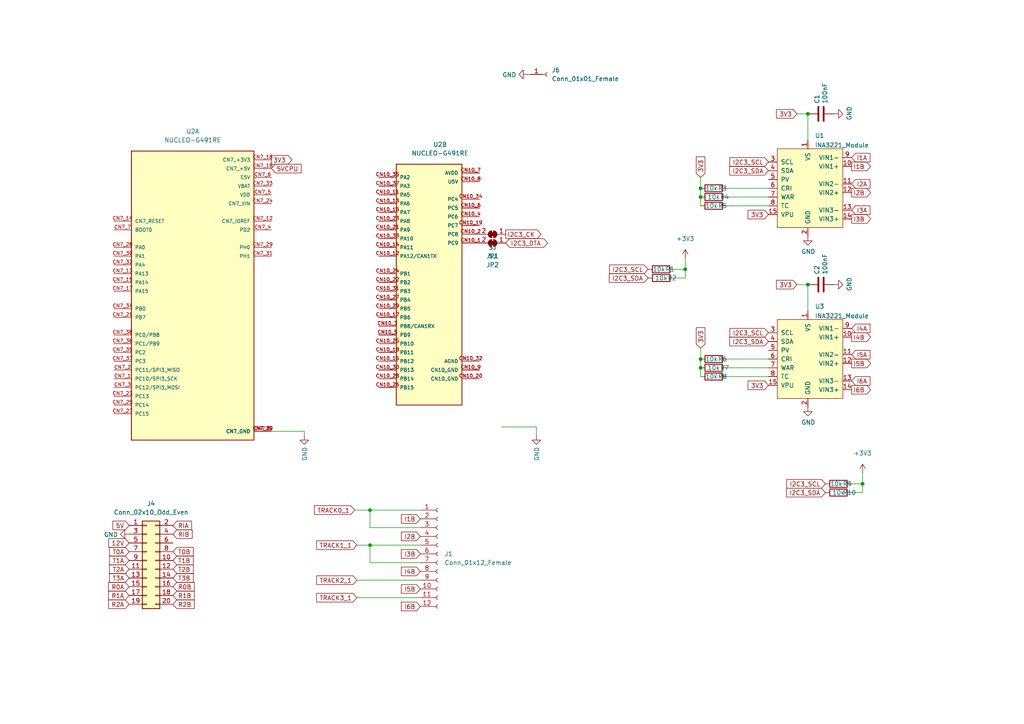
<source format=kicad_sch>
(kicad_sch (version 20211123) (generator eeschema)
  (paper "A4")
  (lib_symbols
    (symbol "Connector:Conn_01x01_Female" (pin_names (offset 1.016) hide)
      (property "Reference" "J" (at 0 2.54 0))
      (property "Value" "Conn_01x01_Female" (at 0 -2.54 0))
      (symbol "Conn_01x01_Female_1_1"
        (polyline (pts (xy -1.27 0) (xy -0.508 0)) (stroke (width 0.1524)))
        (arc (start 0 0.508) (mid -0.508 0) (end 0 -0.508) (stroke (width 0.1524)))
        (pin passive line (at -5.08 0 0) (length 3.81) (name "Pin_1") (number "1"))
      )
    )
    (symbol "Connector:Conn_01x12_Female" (pin_names (offset 1.016) hide)
      (property "Reference" "J" (at 0 15.24 0))
      (property "Value" "Conn_01x12_Female" (at 0 -17.78 0))
      (symbol "Conn_01x12_Female_1_1"
        (arc (start 0 -14.732) (mid -0.508 -15.24) (end 0 -15.748) (stroke (width 0.1524)))
        (arc (start 0 -12.192) (mid -0.508 -12.7) (end 0 -13.208) (stroke (width 0.1524)))
        (arc (start 0 -9.652) (mid -0.508 -10.16) (end 0 -10.668) (stroke (width 0.1524)))
        (arc (start 0 -7.112) (mid -0.508 -7.62) (end 0 -8.128) (stroke (width 0.1524)))
        (arc (start 0 -4.572) (mid -0.508 -5.08) (end 0 -5.588) (stroke (width 0.1524)))
        (arc (start 0 -2.032) (mid -0.508 -2.54) (end 0 -3.048) (stroke (width 0.1524)))
        (polyline (pts (xy -1.27 -15.24) (xy -0.508 -15.24)) (stroke (width 0.1524)))
        (polyline (pts (xy -1.27 -12.7) (xy -0.508 -12.7)) (stroke (width 0.1524)))
        (polyline (pts (xy -1.27 -10.16) (xy -0.508 -10.16)) (stroke (width 0.1524)))
        (polyline (pts (xy -1.27 -7.62) (xy -0.508 -7.62)) (stroke (width 0.1524)))
        (polyline (pts (xy -1.27 -5.08) (xy -0.508 -5.08)) (stroke (width 0.1524)))
        (polyline (pts (xy -1.27 -2.54) (xy -0.508 -2.54)) (stroke (width 0.1524)))
        (polyline (pts (xy -1.27 0) (xy -0.508 0)) (stroke (width 0.1524)))
        (polyline (pts (xy -1.27 2.54) (xy -0.508 2.54)) (stroke (width 0.1524)))
        (polyline (pts (xy -1.27 5.08) (xy -0.508 5.08)) (stroke (width 0.1524)))
        (polyline (pts (xy -1.27 7.62) (xy -0.508 7.62)) (stroke (width 0.1524)))
        (polyline (pts (xy -1.27 10.16) (xy -0.508 10.16)) (stroke (width 0.1524)))
        (polyline (pts (xy -1.27 12.7) (xy -0.508 12.7)) (stroke (width 0.1524)))
        (arc (start 0 0.508) (mid -0.508 0) (end 0 -0.508) (stroke (width 0.1524)))
        (arc (start 0 3.048) (mid -0.508 2.54) (end 0 2.032) (stroke (width 0.1524)))
        (arc (start 0 5.588) (mid -0.508 5.08) (end 0 4.572) (stroke (width 0.1524)))
        (arc (start 0 8.128) (mid -0.508 7.62) (end 0 7.112) (stroke (width 0.1524)))
        (arc (start 0 10.668) (mid -0.508 10.16) (end 0 9.652) (stroke (width 0.1524)))
        (arc (start 0 13.208) (mid -0.508 12.7) (end 0 12.192) (stroke (width 0.1524)))
        (pin passive line (at -5.08 12.7 0) (length 3.81) (name "Pin_1") (number "1"))
        (pin passive line (at -5.08 -10.16 0) (length 3.81) (name "Pin_10") (number "10"))
        (pin passive line (at -5.08 -12.7 0) (length 3.81) (name "Pin_11") (number "11"))
        (pin passive line (at -5.08 -15.24 0) (length 3.81) (name "Pin_12") (number "12"))
        (pin passive line (at -5.08 10.16 0) (length 3.81) (name "Pin_2") (number "2"))
        (pin passive line (at -5.08 7.62 0) (length 3.81) (name "Pin_3") (number "3"))
        (pin passive line (at -5.08 5.08 0) (length 3.81) (name "Pin_4") (number "4"))
        (pin passive line (at -5.08 2.54 0) (length 3.81) (name "Pin_5") (number "5"))
        (pin passive line (at -5.08 0 0) (length 3.81) (name "Pin_6") (number "6"))
        (pin passive line (at -5.08 -2.54 0) (length 3.81) (name "Pin_7") (number "7"))
        (pin passive line (at -5.08 -5.08 0) (length 3.81) (name "Pin_8") (number "8"))
        (pin passive line (at -5.08 -7.62 0) (length 3.81) (name "Pin_9") (number "9"))
      )
    )
    (symbol "Connector_Generic:Conn_02x10_Odd_Even" (pin_names (offset 1.016) hide)
      (property "Reference" "J" (at 1.27 12.7 0))
      (property "Value" "Conn_02x10_Odd_Even" (at 1.27 -15.24 0))
      (symbol "Conn_02x10_Odd_Even_1_1"
        (rectangle (start -1.27 -12.573) (end 0 -12.827) (stroke (width 0.1524)))
        (rectangle (start -1.27 -10.033) (end 0 -10.287) (stroke (width 0.1524)))
        (rectangle (start -1.27 -7.493) (end 0 -7.747) (stroke (width 0.1524)))
        (rectangle (start -1.27 -4.953) (end 0 -5.207) (stroke (width 0.1524)))
        (rectangle (start -1.27 -2.413) (end 0 -2.667) (stroke (width 0.1524)))
        (rectangle (start -1.27 0.127) (end 0 -0.127) (stroke (width 0.1524)))
        (rectangle (start -1.27 2.667) (end 0 2.413) (stroke (width 0.1524)))
        (rectangle (start -1.27 5.207) (end 0 4.953) (stroke (width 0.1524)))
        (rectangle (start -1.27 7.747) (end 0 7.493) (stroke (width 0.1524)))
        (rectangle (start -1.27 10.287) (end 0 10.033) (stroke (width 0.1524)))
        (rectangle (start -1.27 11.43) (end 3.81 -13.97) (stroke (width 0.254)) (fill (type background)))
        (rectangle (start 3.81 -12.573) (end 2.54 -12.827) (stroke (width 0.1524)))
        (rectangle (start 3.81 -10.033) (end 2.54 -10.287) (stroke (width 0.1524)))
        (rectangle (start 3.81 -7.493) (end 2.54 -7.747) (stroke (width 0.1524)))
        (rectangle (start 3.81 -4.953) (end 2.54 -5.207) (stroke (width 0.1524)))
        (rectangle (start 3.81 -2.413) (end 2.54 -2.667) (stroke (width 0.1524)))
        (rectangle (start 3.81 0.127) (end 2.54 -0.127) (stroke (width 0.1524)))
        (rectangle (start 3.81 2.667) (end 2.54 2.413) (stroke (width 0.1524)))
        (rectangle (start 3.81 5.207) (end 2.54 4.953) (stroke (width 0.1524)))
        (rectangle (start 3.81 7.747) (end 2.54 7.493) (stroke (width 0.1524)))
        (rectangle (start 3.81 10.287) (end 2.54 10.033) (stroke (width 0.1524)))
        (pin passive line (at -5.08 10.16 0) (length 3.81) (name "Pin_1") (number "1"))
        (pin passive line (at 7.62 0 180) (length 3.81) (name "Pin_10") (number "10"))
        (pin passive line (at -5.08 -2.54 0) (length 3.81) (name "Pin_11") (number "11"))
        (pin passive line (at 7.62 -2.54 180) (length 3.81) (name "Pin_12") (number "12"))
        (pin passive line (at -5.08 -5.08 0) (length 3.81) (name "Pin_13") (number "13"))
        (pin passive line (at 7.62 -5.08 180) (length 3.81) (name "Pin_14") (number "14"))
        (pin passive line (at -5.08 -7.62 0) (length 3.81) (name "Pin_15") (number "15"))
        (pin passive line (at 7.62 -7.62 180) (length 3.81) (name "Pin_16") (number "16"))
        (pin passive line (at -5.08 -10.16 0) (length 3.81) (name "Pin_17") (number "17"))
        (pin passive line (at 7.62 -10.16 180) (length 3.81) (name "Pin_18") (number "18"))
        (pin passive line (at -5.08 -12.7 0) (length 3.81) (name "Pin_19") (number "19"))
        (pin passive line (at 7.62 10.16 180) (length 3.81) (name "Pin_2") (number "2"))
        (pin passive line (at 7.62 -12.7 180) (length 3.81) (name "Pin_20") (number "20"))
        (pin passive line (at -5.08 7.62 0) (length 3.81) (name "Pin_3") (number "3"))
        (pin passive line (at 7.62 7.62 180) (length 3.81) (name "Pin_4") (number "4"))
        (pin passive line (at -5.08 5.08 0) (length 3.81) (name "Pin_5") (number "5"))
        (pin passive line (at 7.62 5.08 180) (length 3.81) (name "Pin_6") (number "6"))
        (pin passive line (at -5.08 2.54 0) (length 3.81) (name "Pin_7") (number "7"))
        (pin passive line (at 7.62 2.54 180) (length 3.81) (name "Pin_8") (number "8"))
        (pin passive line (at -5.08 0 0) (length 3.81) (name "Pin_9") (number "9"))
      )
    )
    (symbol "Device:C" (pin_numbers hide) (pin_names (offset 0.254))
      (property "Reference" "C" (at 0.635 2.54 0))
      (property "Value" "C" (at 0.635 -2.54 0))
      (symbol "C_0_1"
        (polyline (pts (xy -2.032 -0.762) (xy 2.032 -0.762)) (stroke (width 0.508)))
        (polyline (pts (xy -2.032 0.762) (xy 2.032 0.762)) (stroke (width 0.508)))
      )
      (symbol "C_1_1"
        (pin passive line (at 0 3.81 270) (length 2.794) (name "~") (number "1"))
        (pin passive line (at 0 -3.81 90) (length 2.794) (name "~") (number "2"))
      )
    )
    (symbol "Device:R" (pin_numbers hide) (pin_names (offset 0))
      (property "Reference" "R" (at 2.032 0 90))
      (property "Value" "R" (at 0 0 90))
      (symbol "R_0_1"
        (rectangle (start -1.016 -2.54) (end 1.016 2.54) (stroke (width 0.254)))
      )
      (symbol "R_1_1"
        (pin passive line (at 0 3.81 270) (length 1.27) (name "~") (number "1"))
        (pin passive line (at 0 -3.81 90) (length 1.27) (name "~") (number "2"))
      )
    )
    (symbol "Jumper:SolderJumper_2_Bridged" (pin_names (offset 0) hide)
      (property "Reference" "JP" (at 0 2.032 0))
      (property "Value" "SolderJumper_2_Bridged" (at 0 -2.54 0))
      (symbol "SolderJumper_2_Bridged_0_1"
        (rectangle (start -0.508 0.508) (end 0.508 -0.508) (fill (type outline)))
        (arc (start -0.254 1.016) (mid -1.27 0) (end -0.254 -1.016))
        (arc (start -0.254 1.016) (mid -1.27 0) (end -0.254 -1.016) (fill (type outline)))
        (polyline (pts (xy -0.254 1.016) (xy -0.254 -1.016)))
        (polyline (pts (xy 0.254 1.016) (xy 0.254 -1.016)))
        (arc (start 0.254 -1.016) (mid 1.27 0) (end 0.254 1.016))
        (arc (start 0.254 -1.016) (mid 1.27 0) (end 0.254 1.016) (fill (type outline)))
      )
      (symbol "SolderJumper_2_Bridged_1_1"
        (pin passive line (at -3.81 0 0) (length 2.54) (name "A") (number "1"))
        (pin passive line (at 3.81 0 180) (length 2.54) (name "B") (number "2"))
      )
    )
    (symbol "NUCLEO-G491RE_1" (pin_names (offset 1.016))
      (property "Reference" "U" (at -17.78 41.91 0))
      (property "Value" "NUCLEO-G491RE_1" (at -17.78 -44.45 0))
      (symbol "NUCLEO-G491RE_1_1_0"
        (rectangle (start -17.78 -43.18) (end 17.78 40.64) (stroke (width 0.254)) (fill (type background)))
        (pin bidirectional line (at -22.86 -25.4 0) (length 5.08) (name "PC10/SPI3_SCK") (number "CN7_1"))
        (pin bidirectional line (at 22.86 20.32 180) (length 5.08) (name "CN7_IOREF") (number "CN7_12"))
        (pin bidirectional line (at -22.86 5.08 0) (length 5.08) (name "PA13") (number "CN7_13"))
        (pin bidirectional line (at -22.86 20.32 0) (length 5.08) (name "CN7_RESET") (number "CN7_14"))
        (pin bidirectional line (at -22.86 2.54 0) (length 5.08) (name "PA14") (number "CN7_15"))
        (pin power_in line (at 22.86 38.1 180) (length 5.08) (name "CN7_+3V3") (number "CN7_16"))
        (pin bidirectional line (at -22.86 0 0) (length 5.08) (name "PA15") (number "CN7_17"))
        (pin power_in line (at 22.86 35.56 180) (length 5.08) (name "CN7_+5V") (number "CN7_18"))
        (pin power_in line (at 22.86 -40.64 180) (length 5.08) (name "CN7_GND") (number "CN7_19"))
        (pin bidirectional line (at -22.86 -22.86 0) (length 5.08) (name "PC11/SPI3_MISO") (number "CN7_2"))
        (pin power_in line (at 22.86 -40.64 180) (length 5.08) (name "CN7_GND") (number "CN7_20"))
        (pin bidirectional line (at -22.86 -7.62 0) (length 5.08) (name "PB7") (number "CN7_21"))
        (pin power_in line (at 22.86 -40.64 180) (length 5.08) (name "CN7_GND") (number "CN7_22"))
        (pin bidirectional line (at -22.86 -30.48 0) (length 5.08) (name "PC13") (number "CN7_23"))
        (pin power_in line (at 22.86 25.4 180) (length 5.08) (name "CN7_VIN") (number "CN7_24"))
        (pin bidirectional line (at -22.86 -33.02 0) (length 5.08) (name "PC14") (number "CN7_25"))
        (pin bidirectional line (at -22.86 -35.56 0) (length 5.08) (name "PC15") (number "CN7_27"))
        (pin bidirectional line (at -22.86 12.7 0) (length 5.08) (name "PA0") (number "CN7_28"))
        (pin bidirectional line (at 22.86 12.7 180) (length 5.08) (name "PH0") (number "CN7_29"))
        (pin bidirectional line (at -22.86 -27.94 0) (length 5.08) (name "PC12/SPI3_MOSI") (number "CN7_3"))
        (pin bidirectional line (at -22.86 10.16 0) (length 5.08) (name "PA1") (number "CN7_30"))
        (pin bidirectional line (at 22.86 10.16 180) (length 5.08) (name "PH1") (number "CN7_31"))
        (pin bidirectional line (at -22.86 7.62 0) (length 5.08) (name "PA4") (number "CN7_32"))
        (pin power_in line (at 22.86 30.48 180) (length 5.08) (name "VBAT") (number "CN7_33"))
        (pin bidirectional line (at -22.86 -5.08 0) (length 5.08) (name "PB0") (number "CN7_34"))
        (pin bidirectional line (at -22.86 -17.78 0) (length 5.08) (name "PC2") (number "CN7_35"))
        (pin bidirectional line (at -22.86 -15.24 0) (length 5.08) (name "PC1/PB9") (number "CN7_36"))
        (pin bidirectional line (at -22.86 -20.32 0) (length 5.08) (name "PC3") (number "CN7_37"))
        (pin bidirectional line (at -22.86 -12.7 0) (length 5.08) (name "PC0/PB8") (number "CN7_38"))
        (pin bidirectional line (at 22.86 17.78 180) (length 5.08) (name "PD2") (number "CN7_4"))
        (pin power_in line (at 22.86 27.94 180) (length 5.08) (name "VDD") (number "CN7_5"))
        (pin power_in line (at 22.86 33.02 180) (length 5.08) (name "E5V") (number "CN7_6"))
        (pin bidirectional line (at -22.86 17.78 0) (length 5.08) (name "BOOT0") (number "CN7_7"))
        (pin power_in line (at 22.86 -40.64 180) (length 5.08) (name "CN7_GND") (number "CN7_8"))
      )
      (symbol "NUCLEO-G491RE_1_2_0"
        (rectangle (start -12.7 -40.64) (end 12.7 38.1) (stroke (width 0.254)) (fill (type background)))
        (pin bidirectional line (at 17.78 15.24 180) (length 5.08) (name "PC9") (number "CN10_1"))
        (pin bidirectional line (at -17.78 22.86 0) (length 5.08) (name "PA5") (number "CN10_11"))
        (pin bidirectional line (at -17.78 5.08 0) (length 5.08) (name "PA12/CAN1TX") (number "CN10_12"))
        (pin bidirectional line (at -17.78 20.32 0) (length 5.08) (name "PA6") (number "CN10_13"))
        (pin bidirectional line (at -17.78 7.62 0) (length 5.08) (name "PA11") (number "CN10_14"))
        (pin bidirectional line (at -17.78 17.78 0) (length 5.08) (name "PA7") (number "CN10_15"))
        (pin bidirectional line (at -17.78 -22.86 0) (length 5.08) (name "PB12") (number "CN10_16"))
        (pin bidirectional line (at -17.78 -12.7 0) (length 5.08) (name "PB6") (number "CN10_17"))
        (pin bidirectional line (at 17.78 20.32 180) (length 5.08) (name "PC7") (number "CN10_19"))
        (pin bidirectional line (at 17.78 17.78 180) (length 5.08) (name "PC8") (number "CN10_2"))
        (pin power_in line (at 17.78 -38.1 180) (length 5.08) (name "CN10_GND") (number "CN10_20"))
        (pin bidirectional line (at -17.78 12.7 0) (length 5.08) (name "PA9") (number "CN10_21"))
        (pin bidirectional line (at -17.78 -2.54 0) (length 5.08) (name "PB2") (number "CN10_22"))
        (pin bidirectional line (at -17.78 15.24 0) (length 5.08) (name "PA8") (number "CN10_23"))
        (pin bidirectional line (at -17.78 0 0) (length 5.08) (name "PB1") (number "CN10_24"))
        (pin bidirectional line (at -17.78 -20.32 0) (length 5.08) (name "PB10") (number "CN10_25"))
        (pin bidirectional line (at -17.78 -30.48 0) (length 5.08) (name "PB15") (number "CN10_26"))
        (pin bidirectional line (at -17.78 -7.62 0) (length 5.08) (name "PB4") (number "CN10_27"))
        (pin bidirectional line (at -17.78 -27.94 0) (length 5.08) (name "PB14") (number "CN10_28"))
        (pin bidirectional line (at -17.78 -10.16 0) (length 5.08) (name "PB5") (number "CN10_29"))
        (pin bidirectional line (at -17.78 -15.24 0) (length 5.08) (name "PB8/CAN1RX") (number "CN10_3"))
        (pin bidirectional line (at -17.78 -25.4 0) (length 5.08) (name "PB13") (number "CN10_30"))
        (pin bidirectional line (at -17.78 -5.08 0) (length 5.08) (name "PB3") (number "CN10_31"))
        (pin power_in line (at 17.78 -35.56 180) (length 5.08) (name "AGND") (number "CN10_32"))
        (pin bidirectional line (at -17.78 10.16 0) (length 5.08) (name "PA10") (number "CN10_33"))
        (pin bidirectional line (at 17.78 27.94 180) (length 5.08) (name "PC4") (number "CN10_34"))
        (pin bidirectional line (at -17.78 27.94 0) (length 5.08) (name "PA2") (number "CN10_35"))
        (pin bidirectional line (at -17.78 25.4 0) (length 5.08) (name "PA3") (number "CN10_37"))
        (pin bidirectional line (at 17.78 22.86 180) (length 5.08) (name "PC6") (number "CN10_4"))
        (pin bidirectional line (at -17.78 -17.78 0) (length 5.08) (name "PB9") (number "CN10_5"))
        (pin bidirectional line (at 17.78 25.4 180) (length 5.08) (name "PC5") (number "CN10_6"))
        (pin power_in line (at 17.78 35.56 180) (length 5.08) (name "AVDD") (number "CN10_7"))
        (pin power_in line (at 17.78 33.02 180) (length 5.08) (name "U5V") (number "CN10_8"))
        (pin power_in line (at 17.78 -38.1 180) (length 5.08) (name "CN10_GND") (number "CN10_9"))
      )
      (symbol "NUCLEO-G491RE_1_3_0"
        (rectangle (start -15.24 -12.7) (end 15.24 10.16) (stroke (width 0.254)) (fill (type background)))
        (pin bidirectional line (at -20.32 -5.08 0) (length 5.08) (name "CN6_IOREF") (number "CN6_2"))
        (pin bidirectional line (at -20.32 -2.54 0) (length 5.08) (name "CN6_RESET") (number "CN6_3"))
        (pin power_in line (at 20.32 2.54 180) (length 5.08) (name "CN6_+3V3") (number "CN6_4"))
        (pin power_in line (at 20.32 5.08 180) (length 5.08) (name "CN6_+5V") (number "CN6_5"))
        (pin power_in line (at 20.32 -10.16 180) (length 5.08) (name "CN6_GND") (number "CN6_6"))
        (pin power_in line (at 20.32 -10.16 180) (length 5.08) (name "CN6_GND") (number "CN6_7"))
        (pin power_in line (at 20.32 7.62 180) (length 5.08) (name "CN6_VIN") (number "CN6_8"))
      )
      (symbol "NUCLEO-G491RE_1_4_0"
        (rectangle (start -5.08 -12.7) (end 5.08 12.7) (stroke (width 0.254)) (fill (type background)))
        (pin input line (at -10.16 10.16 0) (length 5.08) (name "D0") (number "CN9_1"))
        (pin output line (at -10.16 7.62 0) (length 5.08) (name "D1") (number "CN9_2"))
        (pin bidirectional line (at -10.16 2.54 0) (length 5.08) (name "D2") (number "CN9_3"))
        (pin bidirectional line (at -10.16 0 0) (length 5.08) (name "D3") (number "CN9_4"))
        (pin bidirectional line (at -10.16 -2.54 0) (length 5.08) (name "D4") (number "CN9_5"))
        (pin bidirectional line (at -10.16 -5.08 0) (length 5.08) (name "D5") (number "CN9_6"))
        (pin bidirectional line (at -10.16 -7.62 0) (length 5.08) (name "D6") (number "CN9_7"))
        (pin bidirectional line (at -10.16 -10.16 0) (length 5.08) (name "D7") (number "CN9_8"))
      )
      (symbol "NUCLEO-G491RE_1_5_0"
        (rectangle (start -5.08 -10.16) (end 5.08 7.62) (stroke (width 0.254)) (fill (type background)))
        (pin input line (at -10.16 5.08 0) (length 5.08) (name "A0") (number "CN8_1"))
        (pin input line (at -10.16 2.54 0) (length 5.08) (name "A1") (number "CN8_2"))
        (pin input line (at -10.16 0 0) (length 5.08) (name "A2") (number "CN8_3"))
        (pin input line (at -10.16 -2.54 0) (length 5.08) (name "A3") (number "CN8_4"))
        (pin input line (at -10.16 -5.08 0) (length 5.08) (name "A4") (number "CN8_5"))
        (pin input line (at -10.16 -7.62 0) (length 5.08) (name "A5") (number "CN8_6"))
      )
      (symbol "NUCLEO-G491RE_1_6_0"
        (rectangle (start -10.16 -17.78) (end 10.16 15.24) (stroke (width 0.254)) (fill (type background)))
        (pin bidirectional line (at -15.24 7.62 0) (length 5.08) (name "D8") (number "CN5_1"))
        (pin bidirectional clock (at -15.24 -10.16 0) (length 5.08) (name "D15") (number "CN5_10"))
        (pin bidirectional line (at -15.24 5.08 0) (length 5.08) (name "D9") (number "CN5_2"))
        (pin bidirectional line (at -15.24 2.54 0) (length 5.08) (name "D10") (number "CN5_3"))
        (pin bidirectional line (at -15.24 0 0) (length 5.08) (name "D11") (number "CN5_4"))
        (pin bidirectional line (at -15.24 -2.54 0) (length 5.08) (name "D12") (number "CN5_5"))
        (pin bidirectional clock (at -15.24 -5.08 0) (length 5.08) (name "D13") (number "CN5_6"))
        (pin power_in line (at 15.24 -15.24 180) (length 5.08) (name "CN5_GND") (number "CN5_7"))
        (pin power_in line (at 15.24 12.7 180) (length 5.08) (name "AREF") (number "CN5_8"))
        (pin bidirectional line (at -15.24 -7.62 0) (length 5.08) (name "D14") (number "CN5_9"))
      )
    )
    (symbol "jwm_kicad_symbols_misc:INA3221_Module" (pin_names (offset 1.016))
      (property "Reference" "U" (at 6.35 12.7 0))
      (property "Value" "INA3221_Module" (at 12.7 -13.97 0))
      (symbol "INA3221_Module_0_1"
        (rectangle (start 10.16 11.43) (end -8.89 -11.43) (fill (type background)))
      )
      (symbol "INA3221_Module_1_1"
        (pin power_in line (at 0 13.97 270) (length 2.54) (name "VS") (number "1"))
        (pin input line (at 12.7 6.35 180) (length 2.54) (name "VIN1+") (number "10"))
        (pin input line (at 12.7 1.27 180) (length 2.54) (name "VIN2-") (number "11"))
        (pin input line (at 12.7 -1.27 180) (length 2.54) (name "VIN2+") (number "12"))
        (pin input line (at 12.7 -6.35 180) (length 2.54) (name "VIN3-") (number "13"))
        (pin input line (at 12.7 -8.89 180) (length 2.54) (name "VIN3+") (number "14"))
        (pin input line (at -11.43 -7.62 0) (length 2.54) (name "VPU") (number "15"))
        (pin power_in line (at 0 -13.97 90) (length 2.54) (name "GND") (number "2"))
        (pin input line (at -11.43 7.62 0) (length 2.54) (name "SCL") (number "3"))
        (pin bidirectional line (at -11.43 5.08 0) (length 2.54) (name "SDA") (number "4"))
        (pin output line (at -11.43 2.54 0) (length 2.54) (name "PV") (number "5"))
        (pin output line (at -11.43 0 0) (length 2.54) (name "CRI") (number "6"))
        (pin output line (at -11.43 -2.54 0) (length 2.54) (name "WAR") (number "7"))
        (pin output line (at -11.43 -5.08 0) (length 2.54) (name "TC") (number "8"))
        (pin input line (at 12.7 8.89 180) (length 2.54) (name "VIN1-") (number "9"))
      )
    )
    (symbol "nucleo64:NUCLEO-G491RE" (pin_names (offset 1.016))
      (property "Reference" "U" (at -5.08 40.64 0))
      (property "Value" "NUCLEO-G491RE" (at -5.08 -26.67 90))
      (symbol "NUCLEO-G491RE_1_0"
        (rectangle (start -17.78 40.64) (end 8.89 -26.67) (stroke (width 0.254)) (fill (type background)))
        (pin bidirectional line (at -22.86 -10.16 0) (length 5.08) (name "PC10/SPI3_SCK") (number "CN7_1"))
        (pin bidirectional line (at 13.97 19.05 180) (length 5.08) (name "CN7_IOREF") (number "CN7_12"))
        (pin bidirectional line (at -22.86 20.32 0) (length 5.08) (name "PA13") (number "CN7_13"))
        (pin bidirectional line (at -22.86 35.56 0) (length 5.08) (name "CN7_RESET") (number "CN7_14"))
        (pin bidirectional line (at -22.86 17.78 0) (length 5.08) (name "PA14") (number "CN7_15"))
        (pin power_in line (at 13.97 36.83 180) (length 5.08) (name "CN7_+3V3") (number "CN7_16"))
        (pin bidirectional line (at -22.86 15.24 0) (length 5.08) (name "PA15") (number "CN7_17"))
        (pin power_in line (at 13.97 34.29 180) (length 5.08) (name "CN7_+5V") (number "CN7_18"))
        (pin power_in line (at 13.97 -11.43 180) (length 5.08) (name "CN7_GND") (number "CN7_19"))
        (pin bidirectional line (at -22.86 -7.62 0) (length 5.08) (name "PC11/SPI3_MISO") (number "CN7_2"))
        (pin power_in line (at 13.97 -13.97 180) (length 5.08) (name "CN7_GND") (number "CN7_20"))
        (pin bidirectional line (at -22.86 7.62 0) (length 5.08) (name "PB7") (number "CN7_21"))
        (pin power_in line (at 13.97 -16.51 180) (length 5.08) (name "CN7_GND") (number "CN7_22"))
        (pin bidirectional line (at -22.86 -15.24 0) (length 5.08) (name "PC13") (number "CN7_23"))
        (pin power_in line (at 13.97 24.13 180) (length 5.08) (name "CN7_VIN") (number "CN7_24"))
        (pin bidirectional line (at -22.86 -17.78 0) (length 5.08) (name "PC14") (number "CN7_25"))
        (pin bidirectional line (at -22.86 -20.32 0) (length 5.08) (name "PC15") (number "CN7_27"))
        (pin bidirectional line (at -22.86 27.94 0) (length 5.08) (name "PA0") (number "CN7_28"))
        (pin bidirectional line (at 13.97 11.43 180) (length 5.08) (name "PH0") (number "CN7_29"))
        (pin bidirectional line (at -22.86 -12.7 0) (length 5.08) (name "PC12/SPI3_MOSI") (number "CN7_3"))
        (pin bidirectional line (at -22.86 25.4 0) (length 5.08) (name "PA1") (number "CN7_30"))
        (pin bidirectional line (at 13.97 8.89 180) (length 5.08) (name "PH1") (number "CN7_31"))
        (pin bidirectional line (at -22.86 22.86 0) (length 5.08) (name "PA4") (number "CN7_32"))
        (pin power_in line (at 13.97 29.21 180) (length 5.08) (name "VBAT") (number "CN7_33"))
        (pin bidirectional line (at -22.86 10.16 0) (length 5.08) (name "PB0") (number "CN7_34"))
        (pin bidirectional line (at -22.86 -2.54 0) (length 5.08) (name "PC2") (number "CN7_35"))
        (pin bidirectional line (at -22.86 0 0) (length 5.08) (name "PC1/PB9") (number "CN7_36"))
        (pin bidirectional line (at -22.86 -5.08 0) (length 5.08) (name "PC3") (number "CN7_37"))
        (pin bidirectional line (at -22.86 2.54 0) (length 5.08) (name "PC0/PB8") (number "CN7_38"))
        (pin bidirectional line (at 13.97 16.51 180) (length 5.08) (name "PD2") (number "CN7_4"))
        (pin power_in line (at 13.97 26.67 180) (length 5.08) (name "VDD") (number "CN7_5"))
        (pin power_in line (at 13.97 31.75 180) (length 5.08) (name "E5V") (number "CN7_6"))
        (pin bidirectional line (at -22.86 33.02 0) (length 5.08) (name "BOOT0") (number "CN7_7"))
        (pin power_in line (at 13.97 -19.05 180) (length 5.08) (name "CN7_GND") (number "CN7_8"))
      )
      (symbol "NUCLEO-G491RE_2_0"
        (rectangle (start -12.7 38.1) (end 6.35 -31.75) (stroke (width 0.254)) (fill (type background)))
        (pin bidirectional line (at 11.43 15.24 180) (length 5.08) (name "PC9") (number "CN10_1"))
        (pin bidirectional line (at -17.78 29.21 0) (length 5.08) (name "PA5") (number "CN10_11"))
        (pin bidirectional line (at -17.78 11.43 0) (length 5.08) (name "PA12/CAN1TX") (number "CN10_12"))
        (pin bidirectional line (at -17.78 26.67 0) (length 5.08) (name "PA6") (number "CN10_13"))
        (pin bidirectional line (at -17.78 13.97 0) (length 5.08) (name "PA11") (number "CN10_14"))
        (pin bidirectional line (at -17.78 24.13 0) (length 5.08) (name "PA7") (number "CN10_15"))
        (pin bidirectional line (at -17.78 -19.05 0) (length 5.08) (name "PB12") (number "CN10_16"))
        (pin bidirectional line (at -17.78 -6.35 0) (length 5.08) (name "PB6") (number "CN10_17"))
        (pin bidirectional line (at -17.78 -16.51 0) (length 5.08) (name "PB11") (number "CN10_18"))
        (pin bidirectional line (at 11.43 20.32 180) (length 5.08) (name "PC7") (number "CN10_19"))
        (pin bidirectional line (at 11.43 17.78 180) (length 5.08) (name "PC8") (number "CN10_2"))
        (pin power_in line (at 11.43 -24.13 180) (length 5.08) (name "CN10_GND") (number "CN10_20"))
        (pin bidirectional line (at -17.78 19.05 0) (length 5.08) (name "PA9") (number "CN10_21"))
        (pin bidirectional line (at -17.78 3.81 0) (length 5.08) (name "PB2") (number "CN10_22"))
        (pin bidirectional line (at -17.78 21.59 0) (length 5.08) (name "PA8") (number "CN10_23"))
        (pin bidirectional line (at -17.78 6.35 0) (length 5.08) (name "PB1") (number "CN10_24"))
        (pin bidirectional line (at -17.78 -13.97 0) (length 5.08) (name "PB10") (number "CN10_25"))
        (pin bidirectional line (at -17.78 -26.67 0) (length 5.08) (name "PB15") (number "CN10_26"))
        (pin bidirectional line (at -17.78 -1.27 0) (length 5.08) (name "PB4") (number "CN10_27"))
        (pin bidirectional line (at -17.78 -24.13 0) (length 5.08) (name "PB14") (number "CN10_28"))
        (pin bidirectional line (at -17.78 -3.81 0) (length 5.08) (name "PB5") (number "CN10_29"))
        (pin bidirectional line (at -17.78 -8.89 0) (length 5.08) (name "PB8/CAN1RX") (number "CN10_3"))
        (pin bidirectional line (at -17.78 -21.59 0) (length 5.08) (name "PB13") (number "CN10_30"))
        (pin bidirectional line (at -17.78 1.27 0) (length 5.08) (name "PB3") (number "CN10_31"))
        (pin power_in line (at 11.43 -19.05 180) (length 5.08) (name "AGND") (number "CN10_32"))
        (pin bidirectional line (at -17.78 16.51 0) (length 5.08) (name "PA10") (number "CN10_33"))
        (pin bidirectional line (at 11.43 27.94 180) (length 5.08) (name "PC4") (number "CN10_34"))
        (pin bidirectional line (at -17.78 34.29 0) (length 5.08) (name "PA2") (number "CN10_35"))
        (pin bidirectional line (at -17.78 31.75 0) (length 5.08) (name "PA3") (number "CN10_37"))
        (pin bidirectional line (at 11.43 22.86 180) (length 5.08) (name "PC6") (number "CN10_4"))
        (pin bidirectional line (at -17.78 -11.43 0) (length 5.08) (name "PB9") (number "CN10_5"))
        (pin bidirectional line (at 11.43 25.4 180) (length 5.08) (name "PC5") (number "CN10_6"))
        (pin power_in line (at 11.43 35.56 180) (length 5.08) (name "AVDD") (number "CN10_7"))
        (pin power_in line (at 11.43 33.02 180) (length 5.08) (name "U5V") (number "CN10_8"))
        (pin power_in line (at 11.43 -21.59 180) (length 5.08) (name "CN10_GND") (number "CN10_9"))
      )
      (symbol "NUCLEO-G491RE_3_0"
        (rectangle (start -15.24 -12.7) (end 15.24 10.16) (stroke (width 0.254)) (fill (type background)))
        (pin bidirectional line (at -20.32 -5.08 0) (length 5.08) (name "CN6_IOREF") (number "CN6_2"))
        (pin bidirectional line (at -20.32 -2.54 0) (length 5.08) (name "CN6_RESET") (number "CN6_3"))
        (pin power_in line (at 20.32 2.54 180) (length 5.08) (name "CN6_+3V3") (number "CN6_4"))
        (pin power_in line (at 20.32 5.08 180) (length 5.08) (name "CN6_+5V") (number "CN6_5"))
        (pin power_in line (at 20.32 -10.16 180) (length 5.08) (name "CN6_GND") (number "CN6_6"))
        (pin power_in line (at 20.32 -10.16 180) (length 5.08) (name "CN6_GND") (number "CN6_7"))
        (pin power_in line (at 20.32 7.62 180) (length 5.08) (name "CN6_VIN") (number "CN6_8"))
      )
      (symbol "NUCLEO-G491RE_4_0"
        (rectangle (start -5.08 -12.7) (end 5.08 12.7) (stroke (width 0.254)) (fill (type background)))
        (pin input line (at -10.16 10.16 0) (length 5.08) (name "D0") (number "CN9_1"))
        (pin output line (at -10.16 7.62 0) (length 5.08) (name "D1") (number "CN9_2"))
        (pin bidirectional line (at -10.16 2.54 0) (length 5.08) (name "D2") (number "CN9_3"))
        (pin bidirectional line (at -10.16 0 0) (length 5.08) (name "D3") (number "CN9_4"))
        (pin bidirectional line (at -10.16 -2.54 0) (length 5.08) (name "D4") (number "CN9_5"))
        (pin bidirectional line (at -10.16 -5.08 0) (length 5.08) (name "D5") (number "CN9_6"))
        (pin bidirectional line (at -10.16 -7.62 0) (length 5.08) (name "D6") (number "CN9_7"))
        (pin bidirectional line (at -10.16 -10.16 0) (length 5.08) (name "D7") (number "CN9_8"))
      )
      (symbol "NUCLEO-G491RE_5_0"
        (rectangle (start -5.08 -10.16) (end 5.08 7.62) (stroke (width 0.254)) (fill (type background)))
        (pin input line (at -10.16 5.08 0) (length 5.08) (name "A0") (number "CN8_1"))
        (pin input line (at -10.16 2.54 0) (length 5.08) (name "A1") (number "CN8_2"))
        (pin input line (at -10.16 0 0) (length 5.08) (name "A2") (number "CN8_3"))
        (pin input line (at -10.16 -2.54 0) (length 5.08) (name "A3") (number "CN8_4"))
        (pin input line (at -10.16 -5.08 0) (length 5.08) (name "A4") (number "CN8_5"))
        (pin input line (at -10.16 -7.62 0) (length 5.08) (name "A5") (number "CN8_6"))
      )
      (symbol "NUCLEO-G491RE_6_0"
        (rectangle (start -10.16 -17.78) (end 10.16 15.24) (stroke (width 0.254)) (fill (type background)))
        (pin bidirectional line (at -15.24 7.62 0) (length 5.08) (name "D8") (number "CN5_1"))
        (pin bidirectional clock (at -15.24 -10.16 0) (length 5.08) (name "D15") (number "CN5_10"))
        (pin bidirectional line (at -15.24 5.08 0) (length 5.08) (name "D9") (number "CN5_2"))
        (pin bidirectional line (at -15.24 2.54 0) (length 5.08) (name "D10") (number "CN5_3"))
        (pin bidirectional line (at -15.24 0 0) (length 5.08) (name "D11") (number "CN5_4"))
        (pin bidirectional line (at -15.24 -2.54 0) (length 5.08) (name "D12") (number "CN5_5"))
        (pin bidirectional clock (at -15.24 -5.08 0) (length 5.08) (name "D13") (number "CN5_6"))
        (pin power_in line (at 15.24 -15.24 180) (length 5.08) (name "CN5_GND") (number "CN5_7"))
        (pin power_in line (at 15.24 12.7 180) (length 5.08) (name "AREF") (number "CN5_8"))
        (pin bidirectional line (at -15.24 -7.62 0) (length 5.08) (name "D14") (number "CN5_9"))
      )
    )
    (symbol "power:+3.3V" (power) (pin_names (offset 0))
      (property "Value" "+3.3V" (at 0 3.556 0))
      (symbol "+3.3V_0_1"
        (polyline (pts (xy -0.762 1.27) (xy 0 2.54)))
        (polyline (pts (xy 0 0) (xy 0 2.54)))
        (polyline (pts (xy 0 2.54) (xy 0.762 1.27)))
      )
      (symbol "+3.3V_1_1"
        (pin power_in line (at 0 0 90) (length 0) hide (name "+3V3") (number "1"))
      )
    )
    (symbol "power:GND" (power) (pin_names (offset 0))
      (property "Value" "GND" (at 0 -3.81 0))
      (symbol "GND_0_1"
        (polyline (pts (xy 0 0) (xy 0 -1.27) (xy 1.27 -1.27) (xy 0 -2.54) (xy -1.27 -1.27) (xy 0 -1.27)))
      )
      (symbol "GND_1_1"
        (pin power_in line (at 0 0 270) (length 0) hide (name "GND") (number "1"))
      )
    )
  )
  (junction (at 234.315 33.02))
  (junction (at 203.2 104.14))
  (junction (at 107.315 158.115))
  (junction (at 107.315 147.955))
  (junction (at 203.2 57.15))
  (junction (at 198.755 78.105))
  (junction (at 250.19 140.335))
  (junction (at 203.2 54.61))
  (junction (at 234.315 82.55))
  (junction (at 203.2 106.68))
  (wire (pts (xy 231.14 33.02) (xy 234.315 33.02)))
  (wire (pts (xy 102.87 147.955) (xy 107.315 147.955)))
  (wire (pts (xy 234.315 33.02) (xy 234.315 40.64)))
  (wire (pts (xy 234.315 82.55) (xy 234.315 90.17)))
  (wire (pts (xy 250.19 137.16) (xy 250.19 140.335)))
  (wire (pts (xy 247.015 142.875) (xy 250.19 142.875)))
  (wire (pts (xy 103.505 168.275) (xy 121.92 168.275)))
  (wire (pts (xy 198.755 74.93) (xy 198.755 78.105)))
  (wire (pts (xy 210.82 104.14) (xy 222.885 104.14)))
  (wire (pts (xy 121.92 153.035) (xy 107.315 153.035)))
  (wire (pts (xy 210.82 109.22) (xy 222.885 109.22)))
  (wire (pts (xy 88.265 125.095) (xy 88.265 126.365)))
  (wire (pts (xy 107.315 153.035) (xy 107.315 147.955)))
  (wire (pts (xy 121.92 163.195) (xy 107.315 163.195)))
  (wire (pts (xy 198.755 78.105) (xy 198.755 80.645)))
  (wire (pts (xy 203.2 100.965) (xy 203.2 104.14)))
  (wire (pts (xy 231.14 82.55) (xy 234.315 82.55)))
  (wire (pts (xy 203.2 57.15) (xy 203.2 59.69)))
  (wire (pts (xy 203.2 106.68) (xy 203.2 109.22)))
  (wire (pts (xy 195.58 78.105) (xy 198.755 78.105)))
  (wire (pts (xy 103.505 158.115) (xy 107.315 158.115)))
  (wire (pts (xy 107.315 163.195) (xy 107.315 158.115)))
  (wire (pts (xy 247.015 140.335) (xy 250.19 140.335)))
  (wire (pts (xy 78.74 125.095) (xy 88.265 125.095)))
  (wire (pts (xy 103.505 173.355) (xy 121.92 173.355)))
  (wire (pts (xy 210.82 57.15) (xy 222.885 57.15)))
  (wire (pts (xy 210.82 59.69) (xy 222.885 59.69)))
  (wire (pts (xy 107.315 158.115) (xy 121.92 158.115)))
  (wire (pts (xy 145.415 123.825) (xy 155.575 123.825)))
  (wire (pts (xy 195.58 80.645) (xy 198.755 80.645)))
  (wire (pts (xy 250.19 140.335) (xy 250.19 142.875)))
  (wire (pts (xy 210.82 106.68) (xy 222.885 106.68)))
  (wire (pts (xy 203.2 54.61) (xy 203.2 57.15)))
  (wire (pts (xy 153.035 21.59) (xy 153.67 21.59)))
  (wire (pts (xy 203.2 104.14) (xy 203.2 106.68)))
  (wire (pts (xy 210.82 54.61) (xy 222.885 54.61)))
  (wire (pts (xy 203.2 51.435) (xy 203.2 54.61)))
  (wire (pts (xy 155.575 123.825) (xy 155.575 126.365)))
  (wire (pts (xy 107.315 147.955) (xy 121.92 147.955)))
  (global_label "I2C3_DTA" (shape bidirectional) (at 146.685 70.485 0) (property "Intersheet References" "${INTERSHEET_REFS}" (effects hide)))
  (global_label "R2B" (shape input) (at 50.165 175.26 0) (property "Intersheet References" "${INTERSHEET_REFS}" (effects hide)))
  (global_label "I3B" (shape input) (at 121.92 160.655 180) (property "Intersheet References" "${INTERSHEET_REFS}" (effects hide)))
  (global_label "I2B" (shape input) (at 121.92 155.575 180) (property "Intersheet References" "${INTERSHEET_REFS}" (effects hide)))
  (global_label "R1A" (shape input) (at 37.465 172.72 180) (property "Intersheet References" "${INTERSHEET_REFS}" (effects hide)))
  (global_label "R0A" (shape input) (at 37.465 170.18 180) (property "Intersheet References" "${INTERSHEET_REFS}" (effects hide)))
  (global_label "RIB" (shape input) (at 50.165 154.94 0) (property "Intersheet References" "${INTERSHEET_REFS}" (effects hide)))
  (global_label "T1B" (shape input) (at 50.165 162.56 0) (property "Intersheet References" "${INTERSHEET_REFS}" (effects hide)))
  (global_label "I2C3_SCL" (shape input) (at 222.885 46.99 180) (property "Intersheet References" "${INTERSHEET_REFS}" (effects hide)))
  (global_label "I6B" (shape input) (at 121.92 175.895 180) (property "Intersheet References" "${INTERSHEET_REFS}" (effects hide)))
  (global_label "T0B" (shape input) (at 50.165 160.02 0) (property "Intersheet References" "${INTERSHEET_REFS}" (effects hide)))
  (global_label "RIA" (shape input) (at 50.165 152.4 0) (property "Intersheet References" "${INTERSHEET_REFS}" (effects hide)))
  (global_label "3V3" (shape input) (at 222.885 111.76 180) (property "Intersheet References" "${INTERSHEET_REFS}" (effects hide)))
  (global_label "TRACK0_1" (shape input) (at 102.87 147.955 180) (property "Intersheet References" "${INTERSHEET_REFS}" (effects hide)))
  (global_label "5V" (shape input) (at 37.465 152.4 180) (property "Intersheet References" "${INTERSHEET_REFS}" (effects hide)))
  (global_label "R0B" (shape input) (at 50.165 170.18 0) (property "Intersheet References" "${INTERSHEET_REFS}" (effects hide)))
  (global_label "R1B" (shape input) (at 50.165 172.72 0) (property "Intersheet References" "${INTERSHEET_REFS}" (effects hide)))
  (global_label "TRACK1_1" (shape input) (at 103.505 158.115 180) (property "Intersheet References" "${INTERSHEET_REFS}" (effects hide)))
  (global_label "I2B" (shape output) (at 247.015 55.88 0) (property "Intersheet References" "${INTERSHEET_REFS}" (effects hide)))
  (global_label "I2C3_SDA" (shape input) (at 239.395 142.875 180) (property "Intersheet References" "${INTERSHEET_REFS}" (effects hide)))
  (global_label "I5B" (shape input) (at 121.92 170.815 180) (property "Intersheet References" "${INTERSHEET_REFS}" (effects hide)))
  (global_label "T3A" (shape input) (at 37.465 167.64 180) (property "Intersheet References" "${INTERSHEET_REFS}" (effects hide)))
  (global_label "I1B" (shape input) (at 121.92 150.495 180) (property "Intersheet References" "${INTERSHEET_REFS}" (effects hide)))
  (global_label "T0A" (shape input) (at 37.465 160.02 180) (property "Intersheet References" "${INTERSHEET_REFS}" (effects hide)))
  (global_label "I5A" (shape input) (at 247.015 102.87 0) (property "Intersheet References" "${INTERSHEET_REFS}" (effects hide)))
  (global_label "3V3" (shape input) (at 222.885 62.23 180) (property "Intersheet References" "${INTERSHEET_REFS}" (effects hide)))
  (global_label "R2A" (shape input) (at 37.465 175.26 180) (property "Intersheet References" "${INTERSHEET_REFS}" (effects hide)))
  (global_label "I4B" (shape input) (at 121.92 165.735 180) (property "Intersheet References" "${INTERSHEET_REFS}" (effects hide)))
  (global_label "I2C3_SDA" (shape input) (at 222.885 49.53 180) (property "Intersheet References" "${INTERSHEET_REFS}" (effects hide)))
  (global_label "3V3" (shape input) (at 231.14 82.55 180) (property "Intersheet References" "${INTERSHEET_REFS}" (effects hide)))
  (global_label "I2C3_SDA" (shape input) (at 187.96 80.645 180) (property "Intersheet References" "${INTERSHEET_REFS}" (effects hide)))
  (global_label "I2C3_SDA" (shape input) (at 222.885 99.06 180) (property "Intersheet References" "${INTERSHEET_REFS}" (effects hide)))
  (global_label "I3B" (shape output) (at 247.015 63.5 0) (property "Intersheet References" "${INTERSHEET_REFS}" (effects hide)))
  (global_label "I3A" (shape input) (at 247.015 60.96 0) (property "Intersheet References" "${INTERSHEET_REFS}" (effects hide)))
  (global_label "3V3" (shape input) (at 203.2 51.435 90) (property "Intersheet References" "${INTERSHEET_REFS}" (effects hide)))
  (global_label "I2C3_SCL" (shape input) (at 187.96 78.105 180) (property "Intersheet References" "${INTERSHEET_REFS}" (effects hide)))
  (global_label "I6A" (shape input) (at 247.015 110.49 0) (property "Intersheet References" "${INTERSHEET_REFS}" (effects hide)))
  (global_label "I1A" (shape input) (at 247.015 45.72 0) (property "Intersheet References" "${INTERSHEET_REFS}" (effects hide)))
  (global_label "I2C3_SCL" (shape input) (at 239.395 140.335 180) (property "Intersheet References" "${INTERSHEET_REFS}" (effects hide)))
  (global_label "T3B" (shape input) (at 50.165 167.64 0) (property "Intersheet References" "${INTERSHEET_REFS}" (effects hide)))
  (global_label "I4B" (shape output) (at 247.015 97.79 0) (property "Intersheet References" "${INTERSHEET_REFS}" (effects hide)))
  (global_label "I2A" (shape input) (at 247.015 53.34 0) (property "Intersheet References" "${INTERSHEET_REFS}" (effects hide)))
  (global_label "I1B" (shape output) (at 247.015 48.26 0) (property "Intersheet References" "${INTERSHEET_REFS}" (effects hide)))
  (global_label "T2B" (shape input) (at 50.165 165.1 0) (property "Intersheet References" "${INTERSHEET_REFS}" (effects hide)))
  (global_label "I4A" (shape input) (at 247.015 95.25 0) (property "Intersheet References" "${INTERSHEET_REFS}" (effects hide)))
  (global_label "I2C3_SCL" (shape input) (at 222.885 96.52 180) (property "Intersheet References" "${INTERSHEET_REFS}" (effects hide)))
  (global_label "12V" (shape input) (at 37.465 157.48 180) (property "Intersheet References" "${INTERSHEET_REFS}" (effects hide)))
  (global_label "5VCPU" (shape input) (at 78.74 48.895 0) (property "Intersheet References" "${INTERSHEET_REFS}" (effects hide)))
  (global_label "T2A" (shape input) (at 37.465 165.1 180) (property "Intersheet References" "${INTERSHEET_REFS}" (effects hide)))
  (global_label "T1A" (shape input) (at 37.465 162.56 180) (property "Intersheet References" "${INTERSHEET_REFS}" (effects hide)))
  (global_label "I2C3_CK" (shape output) (at 146.685 67.945 0) (property "Intersheet References" "${INTERSHEET_REFS}" (effects hide)))
  (global_label "3V3" (shape input) (at 203.2 100.965 90) (property "Intersheet References" "${INTERSHEET_REFS}" (effects hide)))
  (global_label "I5B" (shape output) (at 247.015 105.41 0) (property "Intersheet References" "${INTERSHEET_REFS}" (effects hide)))
  (global_label "3V3" (shape input) (at 231.14 33.02 180) (property "Intersheet References" "${INTERSHEET_REFS}" (effects hide)))
  (global_label "I6B" (shape output) (at 247.015 113.03 0) (property "Intersheet References" "${INTERSHEET_REFS}" (effects hide)))
  (global_label "TRACK3_1" (shape input) (at 103.505 173.355 180) (property "Intersheet References" "${INTERSHEET_REFS}" (effects hide)))
  (global_label "3V3" (shape output) (at 78.74 46.355 0) (property "Intersheet References" "${INTERSHEET_REFS}" (effects hide)))
  (global_label "TRACK2_1" (shape input) (at 103.505 168.275 180) (property "Intersheet References" "${INTERSHEET_REFS}" (effects hide)))
  (symbol (lib_id "power:+3.3V") (at 250.19 137.16 0) (unit 1)
    (property "Reference" "#PWR0108" (effects hide))
    (property "Value" "+3.3V" (at 250.19 131.445 0))
  )
  (symbol (lib_id "Jumper:SolderJumper_2_Bridged") (at 142.875 67.945 180) (unit 1)
    (property "Reference" "JP1" (at 142.875 74.295 0))
    (property "Value" "SJ" (at 142.875 71.755 0))
    (property "Footprint" "Connector_PinHeader_2.54mm:PinHeader_1x02_P2.54mm_Vertical" (effects hide))
  )
  (symbol (lib_id "jwm_kicad_symbols_misc:INA3221_Module") (at 234.315 54.61 0) (unit 1)
    (property "Reference" "U1" (at 236.3344 39.3405 0) (effects (justify left)))
    (property "Value" "INA3221_Module" (at 236.3344 42.1156 0) (effects (justify left)))
    (property "Footprint" "jwm_kicad_footprints_misc:INA3221_Module" (effects hide))
  )
  (symbol (lib_id "Device:R") (at 243.205 142.875 90) (unit 1)
    (property "Reference" "R10" (at 246.38 142.875 90))
    (property "Value" "10k" (at 243.205 142.875 90))
    (property "Footprint" "Resistor_THT:R_Axial_DIN0207_L6.3mm_D2.5mm_P7.62mm_Horizontal" (effects hide))
  )
  (symbol (lib_id "Device:R") (at 207.01 59.69 90) (unit 1)
    (property "Reference" "R5" (at 209.55 59.69 90))
    (property "Value" "10k" (at 206.375 59.69 90))
    (property "Footprint" "Resistor_THT:R_Axial_DIN0207_L6.3mm_D2.5mm_P7.62mm_Horizontal" (effects hide))
  )
  (symbol (lib_id "Device:R") (at 207.01 54.61 90) (unit 1)
    (property "Reference" "R3" (at 209.55 54.61 90))
    (property "Value" "10k" (at 206.375 54.61 90))
    (property "Footprint" "Resistor_THT:R_Axial_DIN0207_L6.3mm_D2.5mm_P7.62mm_Horizontal" (effects hide))
  )
  (symbol (lib_id "power:GND") (at 234.315 68.58 0) (unit 1)
    (property "Reference" "#PWR0103" (effects hide))
    (property "Value" "GND" (at 234.442 72.9742 0))
  )
  (symbol (lib_id "Device:R") (at 207.01 109.22 90) (unit 1)
    (property "Reference" "R8" (at 209.55 109.22 90))
    (property "Value" "10k" (at 206.375 109.22 90))
    (property "Footprint" "Resistor_THT:R_Axial_DIN0207_L6.3mm_D2.5mm_P7.62mm_Horizontal" (effects hide))
  )
  (symbol (lib_id "power:GND") (at 88.265 126.365 0) (unit 1)
    (property "Reference" "#PWR0104" (effects hide))
    (property "Value" "GND" (at 88.392 129.6162 90) (effects (justify right)))
  )
  (symbol (lib_id "jwm_kicad_symbols_misc:INA3221_Module") (at 234.315 104.14 0) (unit 1)
    (property "Reference" "U3" (at 236.3344 88.8705 0) (effects (justify left)))
    (property "Value" "INA3221_Module" (at 236.3344 91.6456 0) (effects (justify left)))
    (property "Footprint" "jwm_kicad_footprints_misc:INA3221_Module" (effects hide))
  )
  (symbol (lib_id "Connector:Conn_01x01_Female") (at 158.75 21.59 0) (unit 1)
    (property "Reference" "J6" (at 160.02 20.3199 0) (effects (justify left)))
    (property "Value" "Conn_01x01_Female" (at 160.02 22.8599 0) (effects (justify left)))
    (property "Footprint" "Connector_PinHeader_2.54mm:PinHeader_1x01_P2.54mm_Vertical" (effects hide))
  )
  (symbol (lib_id "power:GND") (at 37.465 154.94 270) (unit 1)
    (property "Reference" "#PWR0111" (effects hide))
    (property "Value" "GND" (at 34.2138 155.067 90) (effects (justify right)))
  )
  (symbol (lib_id "power:GND") (at 241.935 82.55 90) (unit 1)
    (property "Reference" "#PWR0106" (effects hide))
    (property "Value" "GND" (at 246.3292 82.423 0))
  )
  (symbol (lib_id "Device:R") (at 243.205 140.335 90) (unit 1)
    (property "Reference" "R9" (at 245.745 140.335 90))
    (property "Value" "10k" (at 242.57 140.335 90))
    (property "Footprint" "Resistor_THT:R_Axial_DIN0207_L6.3mm_D2.5mm_P7.62mm_Horizontal" (effects hide))
  )
  (symbol (lib_id "Device:R") (at 191.77 80.645 90) (unit 1)
    (property "Reference" "R2" (at 194.945 80.645 90))
    (property "Value" "10k" (at 191.77 80.645 90))
    (property "Footprint" "Resistor_THT:R_Axial_DIN0207_L6.3mm_D2.5mm_P7.62mm_Horizontal" (effects hide))
  )
  (symbol (lib_id "power:GND") (at 241.935 33.02 90) (unit 1)
    (property "Reference" "#PWR0101" (effects hide))
    (property "Value" "GND" (at 246.3292 32.893 0))
  )
  (symbol (lib_name "NUCLEO-G491RE_1") (lib_id "nucleo64:NUCLEO-G491RE") (at 55.88 84.455 0) (unit 1)
    (property "Reference" "U2" (at 55.88 38.1 0))
    (property "Value" "NUCLEO-G491RE" (at 55.88 40.64 0))
    (property "Footprint" "G4Lib:MODULE_NUCLEO-G491RE20" (effects hide))
    (property "MANUFACTURER" "STMicroelectronics" (effects hide))
    (property "PARTREV" "13" (effects hide))
    (property "STANDARD" "Manufacturer Recommendations" (effects hide))
  )
  (symbol (lib_id "Connector:Conn_01x12_Female") (at 127 160.655 0) (unit 1)
    (property "Reference" "J1" (at 128.905 160.6549 0) (effects (justify left)))
    (property "Value" "Conn_01x12_Female" (at 128.905 163.1949 0) (effects (justify left)))
    (property "Footprint" "Connector_JST:JST_XA_S12B-XASK-1N-BN_1x12_P2.50mm_Horizontal" (effects hide))
  )
  (symbol (lib_id "Device:R") (at 207.01 104.14 90) (unit 1)
    (property "Reference" "R6" (at 209.55 104.14 90))
    (property "Value" "10k" (at 206.375 104.14 90))
    (property "Footprint" "Resistor_THT:R_Axial_DIN0207_L6.3mm_D2.5mm_P7.62mm_Horizontal" (effects hide))
  )
  (symbol (lib_id "Jumper:SolderJumper_2_Bridged") (at 142.875 70.485 180) (unit 1)
    (property "Reference" "JP2" (at 142.875 76.835 0))
    (property "Value" "SJ" (at 142.875 74.295 0))
    (property "Footprint" "Connector_PinHeader_2.54mm:PinHeader_1x02_P2.54mm_Vertical" (effects hide))
  )
  (symbol (lib_id "power:GND") (at 155.575 126.365 0) (unit 1)
    (property "Reference" "#PWR0105" (effects hide))
    (property "Value" "GND" (at 155.702 129.6162 90) (effects (justify right)))
  )
  (symbol (lib_id "Connector_Generic:Conn_02x10_Odd_Even") (at 42.545 162.56 0) (unit 1)
    (property "Reference" "J4" (at 43.815 146.05 0))
    (property "Value" "Conn_02x10_Odd_Even" (at 43.815 148.59 0))
    (property "Footprint" "Connector_PinHeader_2.54mm:PinHeader_2x10_P2.54mm_Vertical" (effects hide))
  )
  (symbol (lib_id "Device:R") (at 191.77 78.105 90) (unit 1)
    (property "Reference" "R1" (at 194.31 78.105 90))
    (property "Value" "10k" (at 191.135 78.105 90))
    (property "Footprint" "Resistor_THT:R_Axial_DIN0207_L6.3mm_D2.5mm_P7.62mm_Horizontal" (effects hide))
  )
  (symbol (lib_id "power:+3.3V") (at 198.755 74.93 0) (unit 1)
    (property "Reference" "#PWR0102" (effects hide))
    (property "Value" "+3.3V" (at 198.755 69.215 0))
  )
  (symbol (lib_id "Device:C") (at 238.125 33.02 270) (unit 1)
    (property "Reference" "C1" (at 236.9566 30.099 0) (effects (justify right)))
    (property "Value" "100nF" (at 239.268 30.099 0) (effects (justify right)))
    (property "Footprint" "Capacitor_THT:C_Disc_D3.4mm_W2.1mm_P2.50mm" (effects hide))
  )
  (symbol (lib_id "Device:C") (at 238.125 82.55 270) (unit 1)
    (property "Reference" "C2" (at 236.9566 79.629 0) (effects (justify right)))
    (property "Value" "100nF" (at 239.268 79.629 0) (effects (justify right)))
    (property "Footprint" "Capacitor_THT:C_Disc_D3.4mm_W2.1mm_P2.50mm" (effects hide))
  )
  (symbol (lib_id "power:GND") (at 153.035 21.59 270) (unit 1)
    (property "Reference" "#PWR0113" (effects hide))
    (property "Value" "GND" (at 149.7838 21.717 90) (effects (justify right)))
  )
  (symbol (lib_id "nucleo64:NUCLEO-G491RE") (at 127.635 85.725 0) (unit 2)
    (property "Reference" "U2" (at 127.635 41.91 0))
    (property "Value" "NUCLEO-G491RE" (at 127.635 44.45 0))
    (property "Footprint" "MODULE_NUCLEO-G491RE" (effects hide))
    (property "MANUFACTURER" "STMicroelectronics" (effects hide))
    (property "PARTREV" "13" (effects hide))
    (property "STANDARD" "Manufacturer Recommendations" (effects hide))
  )
  (symbol (lib_id "power:GND") (at 234.315 118.11 0) (unit 1)
    (property "Reference" "#PWR0107" (effects hide))
    (property "Value" "GND" (at 234.442 122.5042 0))
  )
  (symbol (lib_id "Device:R") (at 207.01 106.68 90) (unit 1)
    (property "Reference" "R7" (at 210.185 106.68 90))
    (property "Value" "10k" (at 207.01 106.68 90))
    (property "Footprint" "Resistor_THT:R_Axial_DIN0207_L6.3mm_D2.5mm_P7.62mm_Horizontal" (effects hide))
  )
  (symbol (lib_id "Device:R") (at 207.01 57.15 90) (unit 1)
    (property "Reference" "R4" (at 210.185 57.15 90))
    (property "Value" "10k" (at 207.01 57.15 90))
    (property "Footprint" "Resistor_THT:R_Axial_DIN0207_L6.3mm_D2.5mm_P7.62mm_Horizontal" (effects hide))
  )
)
</source>
